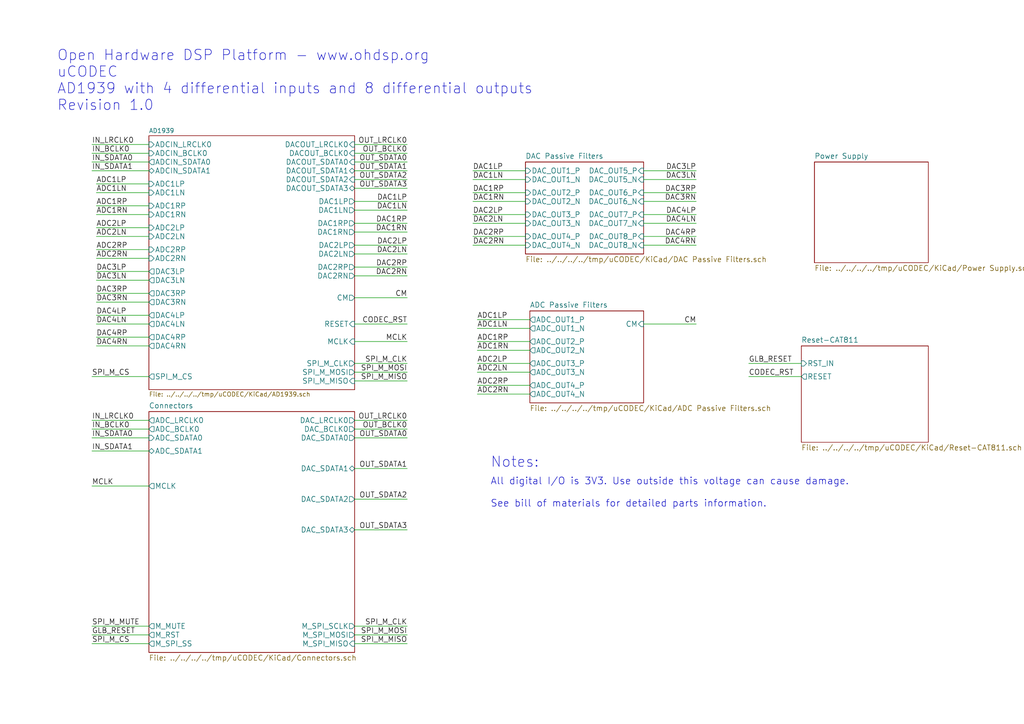
<source format=kicad_sch>
(kicad_sch (version 20230121) (generator eeschema)
  (paper "A4")
  (title_block (title "uCODEC") (date "2019-04-02") (rev "1.0") (company "Open Hardware DSP Platform - www.ohdsp.org") (comment 1 "MERCHANTABILITY, SATISFACTORY QUALITY AND FITNESS FOR A PARTICULAR PURPOSE.") (comment 2 "is distributed WITHOUT ANY EXPRESS OR IMPLIED WARRANTY, INCLUDING OF") (comment 3 "Licensed under the TAPR Open Hardware License (www.tapr.org/OHL). This documentation") (comment 4 "Copyright Paul Janicki 2019"))
  (lib_symbols)
  (wire (pts (xy 26.67 121.92) (xy 43.18 121.92)))
  (wire (pts (xy 232.41 109.22) (xy 217.17 109.22)))
  (wire (pts (xy 152.4 49.53) (xy 137.16 49.53)))
  (wire (pts (xy 186.69 49.53) (xy 201.93 49.53)))
  (wire (pts (xy 102.87 153.67) (xy 118.11 153.67)))
  (wire (pts (xy 102.87 49.53) (xy 118.11 49.53)))
  (wire (pts (xy 201.93 71.12) (xy 186.69 71.12)))
  (wire (pts (xy 118.11 73.66) (xy 102.87 73.66)))
  (wire (pts (xy 43.18 49.53) (xy 26.67 49.53)))
  (wire (pts (xy 43.18 53.34) (xy 27.94 53.34)))
  (wire (pts (xy 137.16 71.12) (xy 152.4 71.12)))
  (wire (pts (xy 153.67 92.71) (xy 138.43 92.71)))
  (wire (pts (xy 43.18 85.09) (xy 27.94 85.09)))
  (wire (pts (xy 152.4 62.23) (xy 137.16 62.23)))
  (wire (pts (xy 152.4 55.88) (xy 137.16 55.88)))
  (wire (pts (xy 27.94 68.58) (xy 43.18 68.58)))
  (wire (pts (xy 118.11 181.61) (xy 102.87 181.61)))
  (wire (pts (xy 186.69 93.98) (xy 201.93 93.98)))
  (wire (pts (xy 102.87 184.15) (xy 118.11 184.15)))
  (wire (pts (xy 118.11 44.45) (xy 102.87 44.45)))
  (wire (pts (xy 118.11 186.69) (xy 102.87 186.69)))
  (wire (pts (xy 26.67 46.99) (xy 43.18 46.99)))
  (wire (pts (xy 27.94 100.33) (xy 43.18 100.33)))
  (wire (pts (xy 27.94 62.23) (xy 43.18 62.23)))
  (wire (pts (xy 27.94 87.63) (xy 43.18 87.63)))
  (wire (pts (xy 102.87 135.89) (xy 118.11 135.89)))
  (wire (pts (xy 43.18 140.97) (xy 26.67 140.97)))
  (wire (pts (xy 43.18 109.22) (xy 26.67 109.22)))
  (wire (pts (xy 102.87 121.92) (xy 118.11 121.92)))
  (wire (pts (xy 217.17 105.41) (xy 232.41 105.41)))
  (wire (pts (xy 118.11 67.31) (xy 102.87 67.31)))
  (wire (pts (xy 102.87 58.42) (xy 118.11 58.42)))
  (wire (pts (xy 43.18 181.61) (xy 26.67 181.61)))
  (wire (pts (xy 102.87 144.78) (xy 118.11 144.78)))
  (wire (pts (xy 43.18 78.74) (xy 27.94 78.74)))
  (wire (pts (xy 186.69 62.23) (xy 201.93 62.23)))
  (wire (pts (xy 118.11 99.06) (xy 102.87 99.06)))
  (wire (pts (xy 43.18 130.81) (xy 26.67 130.81)))
  (wire (pts (xy 43.18 186.69) (xy 26.67 186.69)))
  (wire (pts (xy 43.18 72.39) (xy 27.94 72.39)))
  (wire (pts (xy 118.11 105.41) (xy 102.87 105.41)))
  (wire (pts (xy 102.87 41.91) (xy 118.11 41.91)))
  (wire (pts (xy 102.87 107.95) (xy 118.11 107.95)))
  (wire (pts (xy 102.87 46.99) (xy 118.11 46.99)))
  (wire (pts (xy 27.94 55.88) (xy 43.18 55.88)))
  (wire (pts (xy 27.94 81.28) (xy 43.18 81.28)))
  (wire (pts (xy 138.43 114.3) (xy 153.67 114.3)))
  (wire (pts (xy 201.93 64.77) (xy 186.69 64.77)))
  (wire (pts (xy 201.93 52.07) (xy 186.69 52.07)))
  (wire (pts (xy 102.87 52.07) (xy 118.11 52.07)))
  (wire (pts (xy 153.67 99.06) (xy 138.43 99.06)))
  (wire (pts (xy 138.43 101.6) (xy 153.67 101.6)))
  (wire (pts (xy 153.67 105.41) (xy 138.43 105.41)))
  (wire (pts (xy 102.87 77.47) (xy 118.11 77.47)))
  (wire (pts (xy 201.93 58.42) (xy 186.69 58.42)))
  (wire (pts (xy 102.87 127) (xy 118.11 127)))
  (wire (pts (xy 137.16 58.42) (xy 152.4 58.42)))
  (wire (pts (xy 118.11 124.46) (xy 102.87 124.46)))
  (wire (pts (xy 137.16 64.77) (xy 152.4 64.77)))
  (wire (pts (xy 186.69 55.88) (xy 201.93 55.88)))
  (wire (pts (xy 26.67 41.91) (xy 43.18 41.91)))
  (wire (pts (xy 43.18 66.04) (xy 27.94 66.04)))
  (wire (pts (xy 137.16 52.07) (xy 152.4 52.07)))
  (wire (pts (xy 118.11 80.01) (xy 102.87 80.01)))
  (wire (pts (xy 26.67 127) (xy 43.18 127)))
  (wire (pts (xy 118.11 60.96) (xy 102.87 60.96)))
  (wire (pts (xy 102.87 64.77) (xy 118.11 64.77)))
  (wire (pts (xy 27.94 74.93) (xy 43.18 74.93)))
  (wire (pts (xy 43.18 44.45) (xy 26.67 44.45)))
  (wire (pts (xy 153.67 111.76) (xy 138.43 111.76)))
  (wire (pts (xy 102.87 71.12) (xy 118.11 71.12)))
  (wire (pts (xy 118.11 110.49) (xy 102.87 110.49)))
  (wire (pts (xy 152.4 68.58) (xy 137.16 68.58)))
  (wire (pts (xy 27.94 93.98) (xy 43.18 93.98)))
  (wire (pts (xy 102.87 93.98) (xy 118.11 93.98)))
  (wire (pts (xy 102.87 54.61) (xy 118.11 54.61)))
  (wire (pts (xy 138.43 107.95) (xy 153.67 107.95)))
  (wire (pts (xy 186.69 68.58) (xy 201.93 68.58)))
  (wire (pts (xy 43.18 97.79) (xy 27.94 97.79)))
  (wire (pts (xy 102.87 86.36) (xy 118.11 86.36)))
  (wire (pts (xy 43.18 59.69) (xy 27.94 59.69)))
  (wire (pts (xy 26.67 184.15) (xy 43.18 184.15)))
  (wire (pts (xy 138.43 95.25) (xy 153.67 95.25)))
  (wire (pts (xy 43.18 91.44) (xy 27.94 91.44)))
  (wire (pts (xy 43.18 124.46) (xy 26.67 124.46)))
  (text "All digital I/O is 3V3. Use outside this voltage can cause damage.\n\nSee bill of materials for detailed parts information." (at 142.24 147.32 0) (effects (font (size 2.0066 2.0066)) (justify left bottom)))
  (text "Notes:" (at 142.24 135.89 0) (effects (font (size 2.9972 2.9972)) (justify left bottom)))
  (text "Open Hardware DSP Platform - www.ohdsp.org\nuCODEC\nAD1939 with 4 differential inputs and 8 differential outputs\nRevision 1.0" (at 16.51 32.385 0) (effects (font (size 2.9972 2.9972)) (justify left bottom)))
  (label "DAC2RN" (at 137.16 71.12 0) (effects (font (size 1.524 1.524))))
  (label "ADC1LP" (at 27.94 53.34 0) (effects (font (size 1.524 1.524))))
  (label "ADC2RP" (at 27.94 72.39 0) (effects (font (size 1.524 1.524))))
  (label "ADC2RN" (at 27.94 74.93 0) (effects (font (size 1.524 1.524))))
  (label "SPI_M_MISO" (at 118.11 110.49 180) (effects (font (size 1.524 1.524))))
  (label "SPI_M_MOSI" (at 118.11 184.15 180) (effects (font (size 1.524 1.524))))
  (label "DAC2RN" (at 118.11 80.01 180) (effects (font (size 1.524 1.524))))
  (label "IN_SDATA0" (at 26.67 46.99 0) (effects (font (size 1.524 1.524))))
  (label "SPI_M_MISO" (at 118.11 186.69 180) (effects (font (size 1.524 1.524))))
  (label "OUT_SDATA2" (at 118.11 52.07 180) (effects (font (size 1.524 1.524))))
  (label "OUT_SDATA1" (at 118.11 135.89 180) (effects (font (size 1.524 1.524))))
  (label "DAC2LN" (at 118.11 73.66 180) (effects (font (size 1.524 1.524))))
  (label "DAC4RP" (at 201.93 68.58 180) (effects (font (size 1.524 1.524))))
  (label "DAC4LP" (at 201.93 62.23 180) (effects (font (size 1.524 1.524))))
  (label "SPI_M_CLK" (at 118.11 105.41 180) (effects (font (size 1.524 1.524))))
  (label "DAC4RP" (at 27.94 97.79 0) (effects (font (size 1.524 1.524))))
  (label "DAC3LP" (at 201.93 49.53 180) (effects (font (size 1.524 1.524))))
  (label "DAC1LP" (at 118.11 58.42 180) (effects (font (size 1.524 1.524))))
  (label "OUT_SDATA0" (at 118.11 127 180) (effects (font (size 1.524 1.524))))
  (label "ADC2RN" (at 138.43 114.3 0) (effects (font (size 1.524 1.524))))
  (label "SPI_M_CS" (at 26.67 186.69 0) (effects (font (size 1.524 1.524))))
  (label "DAC2LN" (at 137.16 64.77 0) (effects (font (size 1.524 1.524))))
  (label "IN_LRCLK0" (at 26.67 41.91 0) (effects (font (size 1.524 1.524))))
  (label "OUT_SDATA1" (at 118.11 49.53 180) (effects (font (size 1.524 1.524))))
  (label "DAC2LP" (at 137.16 62.23 0) (effects (font (size 1.524 1.524))))
  (label "CM" (at 118.11 86.36 180) (effects (font (size 1.524 1.524))))
  (label "SPI_M_CS" (at 26.67 109.22 0) (effects (font (size 1.524 1.524))))
  (label "OUT_SDATA3" (at 118.11 54.61 180) (effects (font (size 1.524 1.524))))
  (label "DAC2RP" (at 137.16 68.58 0) (effects (font (size 1.524 1.524))))
  (label "DAC3RN" (at 27.94 87.63 0) (effects (font (size 1.524 1.524))))
  (label "CODEC_RST" (at 118.11 93.98 180) (effects (font (size 1.524 1.524))))
  (label "DAC4LN" (at 27.94 93.98 0) (effects (font (size 1.524 1.524))))
  (label "SPI_M_CLK" (at 118.11 181.61 180) (effects (font (size 1.524 1.524))))
  (label "SPI_M_MOSI" (at 118.11 107.95 180) (effects (font (size 1.524 1.524))))
  (label "DAC3LP" (at 27.94 78.74 0) (effects (font (size 1.524 1.524))))
  (label "DAC2RP" (at 118.11 77.47 180) (effects (font (size 1.524 1.524))))
  (label "ADC2LP" (at 138.43 105.41 0) (effects (font (size 1.524 1.524))))
  (label "ADC1RP" (at 138.43 99.06 0) (effects (font (size 1.524 1.524))))
  (label "DAC1LN" (at 137.16 52.07 0) (effects (font (size 1.524 1.524))))
  (label "ADC1LN" (at 138.43 95.25 0) (effects (font (size 1.524 1.524))))
  (label "ADC2LN" (at 27.94 68.58 0) (effects (font (size 1.524 1.524))))
  (label "CM" (at 201.93 93.98 180) (effects (font (size 1.524 1.524))))
  (label "OUT_BCLK0" (at 118.11 44.45 180) (effects (font (size 1.524 1.524))))
  (label "OUT_SDATA0" (at 118.11 46.99 180) (effects (font (size 1.524 1.524))))
  (label "ADC1LP" (at 138.43 92.71 0) (effects (font (size 1.524 1.524))))
  (label "ADC2LP" (at 27.94 66.04 0) (effects (font (size 1.524 1.524))))
  (label "IN_BCLK0" (at 26.67 44.45 0) (effects (font (size 1.524 1.524))))
  (label "DAC1RP" (at 118.11 64.77 180) (effects (font (size 1.524 1.524))))
  (label "DAC3RN" (at 201.93 58.42 180) (effects (font (size 1.524 1.524))))
  (label "CODEC_RST" (at 217.17 109.22 0) (effects (font (size 1.524 1.524))))
  (label "DAC4RN" (at 201.93 71.12 180) (effects (font (size 1.524 1.524))))
  (label "DAC3LN" (at 201.93 52.07 180) (effects (font (size 1.524 1.524))))
  (label "DAC4LN" (at 201.93 64.77 180) (effects (font (size 1.524 1.524))))
  (label "ADC2LN" (at 138.43 107.95 0) (effects (font (size 1.524 1.524))))
  (label "OUT_LRCLK0" (at 118.11 41.91 180) (effects (font (size 1.524 1.524))))
  (label "DAC3RP" (at 201.93 55.88 180) (effects (font (size 1.524 1.524))))
  (label "OUT_LRCLK0" (at 118.11 121.92 180) (effects (font (size 1.524 1.524))))
  (label "GLB_RESET" (at 26.67 184.15 0) (effects (font (size 1.524 1.524))))
  (label "IN_SDATA0" (at 26.67 127 0) (effects (font (size 1.524 1.524))))
  (label "IN_BCLK0" (at 26.67 124.46 0) (effects (font (size 1.524 1.524))))
  (label "OUT_BCLK0" (at 118.11 124.46 180) (effects (font (size 1.524 1.524))))
  (label "DAC4RN" (at 27.94 100.33 0) (effects (font (size 1.524 1.524))))
  (label "DAC1LP" (at 137.16 49.53 0) (effects (font (size 1.524 1.524))))
  (label "MCLK" (at 26.67 140.97 0) (effects (font (size 1.524 1.524))))
  (label "IN_SDATA1" (at 26.67 49.53 0) (effects (font (size 1.524 1.524))))
  (label "GLB_RESET" (at 217.17 105.41 0) (effects (font (size 1.524 1.524))))
  (label "MCLK" (at 118.11 99.06 180) (effects (font (size 1.524 1.524))))
  (label "DAC1RN" (at 118.11 67.31 180) (effects (font (size 1.524 1.524))))
  (label "ADC2RP" (at 138.43 111.76 0) (effects (font (size 1.524 1.524))))
  (label "IN_LRCLK0" (at 26.67 121.92 0) (effects (font (size 1.524 1.524))))
  (label "OUT_SDATA3" (at 118.11 153.67 180) (effects (font (size 1.524 1.524))))
  (label "OUT_SDATA2" (at 118.11 144.78 180) (effects (font (size 1.524 1.524))))
  (label "DAC1LN" (at 118.11 60.96 180) (effects (font (size 1.524 1.524))))
  (label "DAC1RP" (at 137.16 55.88 0) (effects (font (size 1.524 1.524))))
  (label "DAC1RN" (at 137.16 58.42 0) (effects (font (size 1.524 1.524))))
  (label "DAC2LP" (at 118.11 71.12 180) (effects (font (size 1.524 1.524))))
  (label "SPI_M_MUTE" (at 26.67 181.61 0) (effects (font (size 1.524 1.524))))
  (label "DAC3RP" (at 27.94 85.09 0) (effects (font (size 1.524 1.524))))
  (label "DAC4LP" (at 27.94 91.44 0) (effects (font (size 1.524 1.524))))
  (label "IN_SDATA1" (at 26.67 130.81 0) (effects (font (size 1.524 1.524))))
  (label "DAC3LN" (at 27.94 81.28 0) (effects (font (size 1.524 1.524))))
  (label "ADC1RN" (at 27.94 62.23 0) (effects (font (size 1.524 1.524))))
  (label "ADC1RN" (at 138.43 101.6 0) (effects (font (size 1.524 1.524))))
  (label "ADC1LN" (at 27.94 55.88 0) (effects (font (size 1.524 1.524))))
  (label "ADC1RP" (at 27.94 59.69 0) (effects (font (size 1.524 1.524))))
  (sheet (at 43.18 39.37) (size 59.69 73.66)
    (property "Sheetname" "AD1939" (at 43.18 38.6584 0) (effects (justify left bottom)))
    (property "Sheetfile" "../../../../tmp/uCODEC/KiCad/AD1939.sch" (at 43.18 113.6146 0) (effects (justify left top)))
    (pin "ADCIN_LRCLK0" input (at 43.18 41.91 180) (effects (font (size 1.524 1.524))))
    (pin "ADCIN_BCLK0" input (at 43.18 44.45 180) (effects (font (size 1.524 1.524))))
    (pin "ADCIN_SDATA0" output (at 43.18 46.99 180) (effects (font (size 1.524 1.524))))
    (pin "ADCIN_SDATA1" bidirectional (at 43.18 49.53 180) (effects (font (size 1.524 1.524))))
    (pin "DACOUT_LRCLK0" input (at 102.87 41.91 0) (effects (font (size 1.524 1.524))))
    (pin "DACOUT_BCLK0" input (at 102.87 44.45 0) (effects (font (size 1.524 1.524))))
    (pin "DACOUT_SDATA0" input (at 102.87 46.99 0) (effects (font (size 1.524 1.524))))
    (pin "DACOUT_SDATA1" bidirectional (at 102.87 49.53 0) (effects (font (size 1.524 1.524))))
    (pin "DACOUT_SDATA2" input (at 102.87 52.07 0) (effects (font (size 1.524 1.524))))
    (pin "DACOUT_SDATA3" bidirectional (at 102.87 54.61 0) (effects (font (size 1.524 1.524))))
    (pin "MCLK" input (at 102.87 99.06 0) (effects (font (size 1.524 1.524))))
    (pin "SPI_M_CLK" output (at 102.87 105.41 0) (effects (font (size 1.524 1.524))))
    (pin "SPI_M_MISO" input (at 102.87 110.49 0) (effects (font (size 1.524 1.524))))
    (pin "SPI_M_MOSI" output (at 102.87 107.95 0) (effects (font (size 1.524 1.524))))
    (pin "SPI_M_CS" output (at 43.18 109.22 180) (effects (font (size 1.524 1.524))))
    (pin "RESET" input (at 102.87 93.98 0) (effects (font (size 1.524 1.524))))
    (pin "ADC2RN" input (at 43.18 74.93 180) (effects (font (size 1.524 1.524))))
    (pin "ADC2RP" input (at 43.18 72.39 180) (effects (font (size 1.524 1.524))))
    (pin "ADC2LN" input (at 43.18 68.58 180) (effects (font (size 1.524 1.524))))
    (pin "ADC2LP" input (at 43.18 66.04 180) (effects (font (size 1.524 1.524))))
    (pin "ADC1RN" input (at 43.18 62.23 180) (effects (font (size 1.524 1.524))))
    (pin "ADC1RP" input (at 43.18 59.69 180) (effects (font (size 1.524 1.524))))
    (pin "ADC1LN" input (at 43.18 55.88 180) (effects (font (size 1.524 1.524))))
    (pin "ADC1LP" input (at 43.18 53.34 180) (effects (font (size 1.524 1.524))))
    (pin "DAC1LP" output (at 102.87 58.42 0) (effects (font (size 1.524 1.524))))
    (pin "DAC1LN" output (at 102.87 60.96 0) (effects (font (size 1.524 1.524))))
    (pin "DAC1RP" output (at 102.87 64.77 0) (effects (font (size 1.524 1.524))))
    (pin "DAC1RN" output (at 102.87 67.31 0) (effects (font (size 1.524 1.524))))
    (pin "DAC2LP" output (at 102.87 71.12 0) (effects (font (size 1.524 1.524))))
    (pin "DAC2LN" output (at 102.87 73.66 0) (effects (font (size 1.524 1.524))))
    (pin "DAC2RP" output (at 102.87 77.47 0) (effects (font (size 1.524 1.524))))
    (pin "DAC2RN" output (at 102.87 80.01 0) (effects (font (size 1.524 1.524))))
    (pin "DAC3LP" output (at 43.18 78.74 180) (effects (font (size 1.524 1.524))))
    (pin "DAC3LN" output (at 43.18 81.28 180) (effects (font (size 1.524 1.524))))
    (pin "DAC3RP" output (at 43.18 85.09 180) (effects (font (size 1.524 1.524))))
    (pin "DAC3RN" output (at 43.18 87.63 180) (effects (font (size 1.524 1.524))))
    (pin "DAC4LP" output (at 43.18 91.44 180) (effects (font (size 1.524 1.524))))
    (pin "DAC4LN" output (at 43.18 93.98 180) (effects (font (size 1.524 1.524))))
    (pin "DAC4RP" output (at 43.18 97.79 180) (effects (font (size 1.524 1.524))))
    (pin "DAC4RN" output (at 43.18 100.33 180) (effects (font (size 1.524 1.524))))
    (pin "CM" output (at 102.87 86.36 0) (effects (font (size 1.524 1.524))))
  )
  (sheet (at 236.22 46.99) (size 33.02 29.21)
    (property "Sheetname" "Power Supply" (at 236.22 46.1514 0) (effects (font (size 1.524 1.524)) (justify left bottom)))
    (property "Sheetfile" "../../../../tmp/uCODEC/KiCad/Power Supply.sch" (at 236.22 76.8862 0) (effects (font (size 1.524 1.524)) (justify left top)))
  )
  (sheet (at 43.18 119.38) (size 59.69 69.85)
    (property "Sheetname" "Connectors" (at 43.18 118.5414 0) (effects (font (size 1.524 1.524)) (justify left bottom)))
    (property "Sheetfile" "../../../../tmp/uCODEC/KiCad/Connectors.sch" (at 43.18 189.9162 0) (effects (font (size 1.524 1.524)) (justify left top)))
    (pin "ADC_LRCLK0" output (at 43.18 121.92 180) (effects (font (size 1.524 1.524))))
    (pin "ADC_BCLK0" output (at 43.18 124.46 180) (effects (font (size 1.524 1.524))))
    (pin "ADC_SDATA0" input (at 43.18 127 180) (effects (font (size 1.524 1.524))))
    (pin "DAC_LRCLK0" output (at 102.87 121.92 0) (effects (font (size 1.524 1.524))))
    (pin "DAC_BCLK0" output (at 102.87 124.46 0) (effects (font (size 1.524 1.524))))
    (pin "DAC_SDATA0" output (at 102.87 127 0) (effects (font (size 1.524 1.524))))
    (pin "DAC_SDATA1" bidirectional (at 102.87 135.89 0) (effects (font (size 1.524 1.524))))
    (pin "DAC_SDATA2" output (at 102.87 144.78 0) (effects (font (size 1.524 1.524))))
    (pin "DAC_SDATA3" bidirectional (at 102.87 153.67 0) (effects (font (size 1.524 1.524))))
    (pin "M_SPI_MISO" input (at 102.87 186.69 0) (effects (font (size 1.524 1.524))))
    (pin "M_SPI_SCLK" output (at 102.87 181.61 0) (effects (font (size 1.524 1.524))))
    (pin "M_SPI_MOSI" output (at 102.87 184.15 0) (effects (font (size 1.524 1.524))))
    (pin "M_MUTE" output (at 43.18 181.61 180) (effects (font (size 1.524 1.524))))
    (pin "M_RST" output (at 43.18 184.15 180) (effects (font (size 1.524 1.524))))
    (pin "ADC_SDATA1" bidirectional (at 43.18 130.81 180) (effects (font (size 1.524 1.524))))
    (pin "MCLK" output (at 43.18 140.97 180) (effects (font (size 1.524 1.524))))
    (pin "M_SPI_SS" output (at 43.18 186.69 180) (effects (font (size 1.524 1.524))))
  )
  (sheet (at 152.4 46.99) (size 34.29 26.67)
    (property "Sheetname" "DAC Passive Filters" (at 152.4 46.1514 0) (effects (font (size 1.524 1.524)) (justify left bottom)))
    (property "Sheetfile" "../../../../tmp/uCODEC/KiCad/DAC Passive Filters.sch" (at 152.4 74.3462 0) (effects (font (size 1.524 1.524)) (justify left top)))
    (pin "DAC_OUT1_P" input (at 152.4 49.53 180) (effects (font (size 1.524 1.524))))
    (pin "DAC_OUT1_N" input (at 152.4 52.07 180) (effects (font (size 1.524 1.524))))
    (pin "DAC_OUT2_P" input (at 152.4 55.88 180) (effects (font (size 1.524 1.524))))
    (pin "DAC_OUT2_N" input (at 152.4 58.42 180) (effects (font (size 1.524 1.524))))
    (pin "DAC_OUT3_P" input (at 152.4 62.23 180) (effects (font (size 1.524 1.524))))
    (pin "DAC_OUT3_N" input (at 152.4 64.77 180) (effects (font (size 1.524 1.524))))
    (pin "DAC_OUT4_P" input (at 152.4 68.58 180) (effects (font (size 1.524 1.524))))
    (pin "DAC_OUT4_N" input (at 152.4 71.12 180) (effects (font (size 1.524 1.524))))
    (pin "DAC_OUT5_P" input (at 186.69 49.53 0) (effects (font (size 1.524 1.524))))
    (pin "DAC_OUT5_N" input (at 186.69 52.07 0) (effects (font (size 1.524 1.524))))
    (pin "DAC_OUT6_P" input (at 186.69 55.88 0) (effects (font (size 1.524 1.524))))
    (pin "DAC_OUT6_N" input (at 186.69 58.42 0) (effects (font (size 1.524 1.524))))
    (pin "DAC_OUT7_P" input (at 186.69 62.23 0) (effects (font (size 1.524 1.524))))
    (pin "DAC_OUT7_N" input (at 186.69 64.77 0) (effects (font (size 1.524 1.524))))
    (pin "DAC_OUT8_P" input (at 186.69 68.58 0) (effects (font (size 1.524 1.524))))
    (pin "DAC_OUT8_N" input (at 186.69 71.12 0) (effects (font (size 1.524 1.524))))
  )
  (sheet (at 153.67 90.17) (size 33.02 26.67)
    (property "Sheetname" "ADC Passive Filters" (at 153.67 89.3314 0) (effects (font (size 1.524 1.524)) (justify left bottom)))
    (property "Sheetfile" "../../../../tmp/uCODEC/KiCad/ADC Passive Filters.sch" (at 153.67 117.5262 0) (effects (font (size 1.524 1.524)) (justify left top)))
    (pin "ADC_OUT1_P" output (at 153.67 92.71 180) (effects (font (size 1.524 1.524))))
    (pin "ADC_OUT1_N" output (at 153.67 95.25 180) (effects (font (size 1.524 1.524))))
    (pin "ADC_OUT2_P" output (at 153.67 99.06 180) (effects (font (size 1.524 1.524))))
    (pin "ADC_OUT2_N" output (at 153.67 101.6 180) (effects (font (size 1.524 1.524))))
    (pin "ADC_OUT3_P" output (at 153.67 105.41 180) (effects (font (size 1.524 1.524))))
    (pin "ADC_OUT3_N" output (at 153.67 107.95 180) (effects (font (size 1.524 1.524))))
    (pin "ADC_OUT4_P" output (at 153.67 111.76 180) (effects (font (size 1.524 1.524))))
    (pin "ADC_OUT4_N" output (at 153.67 114.3 180) (effects (font (size 1.524 1.524))))
    (pin "CM" input (at 186.69 93.98 0) (effects (font (size 1.524 1.524))))
  )
  (sheet (at 232.41 100.33) (size 36.83 27.94)
    (property "Sheetname" "Reset-CAT811" (at 232.41 99.4914 0) (effects (font (size 1.524 1.524)) (justify left bottom)))
    (property "Sheetfile" "../../../../tmp/uCODEC/KiCad/Reset-CAT811.sch" (at 232.41 128.9562 0) (effects (font (size 1.524 1.524)) (justify left top)))
    (pin "RST_IN" input (at 232.41 105.41 180) (effects (font (size 1.524 1.524))))
    (pin "RESET" output (at 232.41 109.22 180) (effects (font (size 1.524 1.524))))
  )
)
</source>
